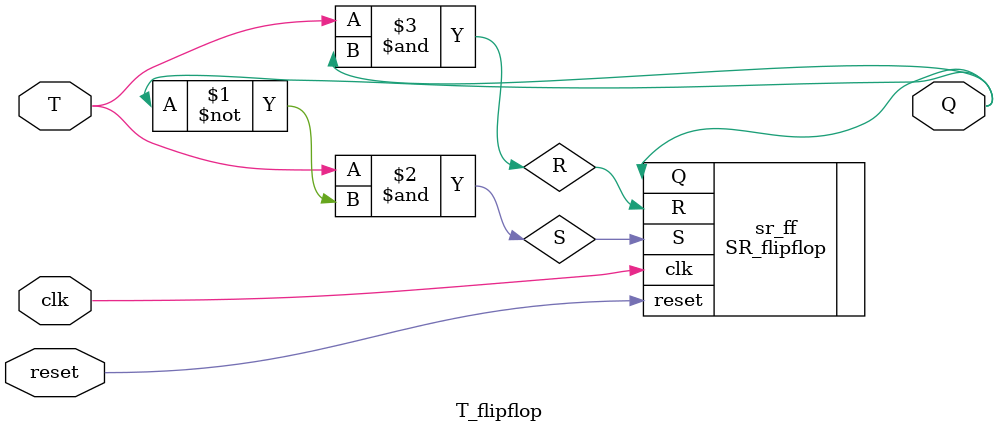
<source format=v>
`timescale 1ns / 1ps


module T_flipflop (
    input T, clk, reset,
    output Q
);
    wire S, R;

    assign S = T & ~Q; // Toggle logic: set when T=1 and Q=0
    assign R = T & Q;  // Toggle logic: reset when T=1 and Q=1

    SR_flipflop sr_ff (.S(S), .R(R), .clk(clk), .reset(reset), .Q(Q));
endmodule

</source>
